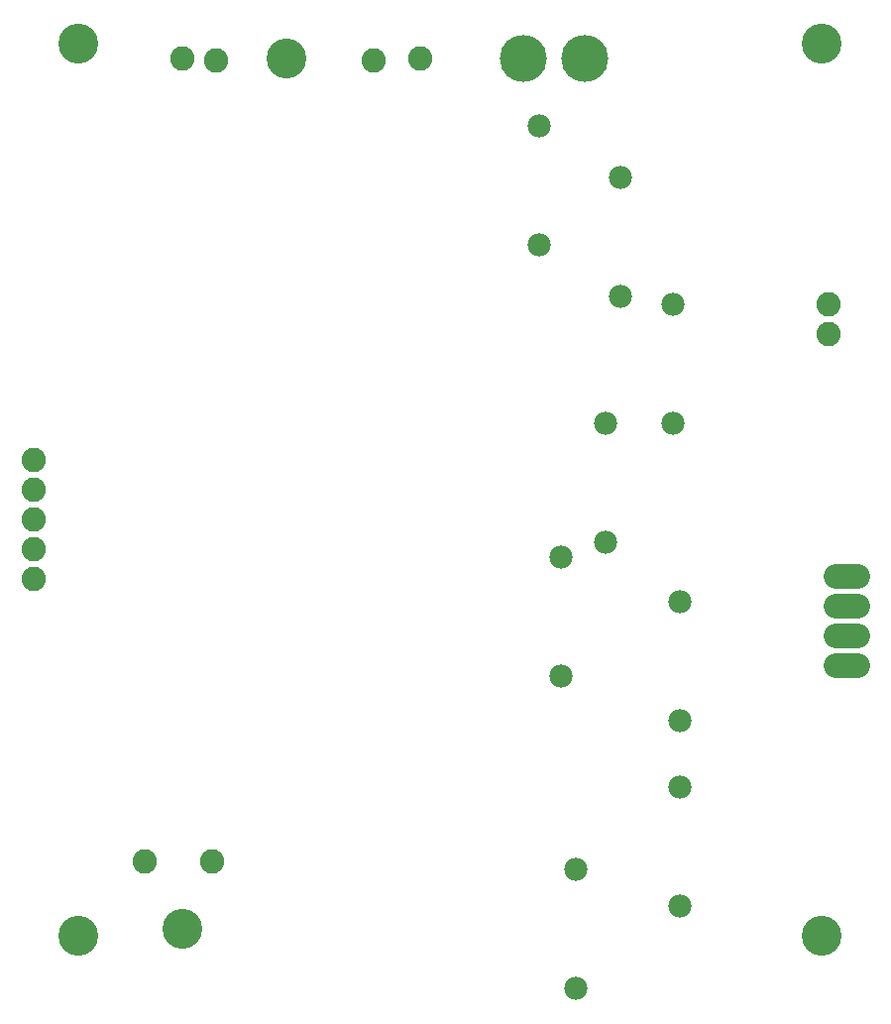
<source format=gbs>
G75*
%MOIN*%
%OFA0B0*%
%FSLAX24Y24*%
%IPPOS*%
%LPD*%
%AMOC8*
5,1,8,0,0,1.08239X$1,22.5*
%
%ADD10C,0.1340*%
%ADD11C,0.0820*%
%ADD12C,0.0820*%
%ADD13C,0.1580*%
%ADD14C,0.0780*%
D10*
X005900Y004900D03*
X009400Y005150D03*
X030900Y004900D03*
X012900Y034400D03*
X005900Y034900D03*
X030900Y034900D03*
D11*
X031380Y017000D02*
X032120Y017000D01*
X032120Y016000D02*
X031380Y016000D01*
X031380Y015000D02*
X032120Y015000D01*
X032120Y014000D02*
X031380Y014000D01*
D12*
X031150Y025150D03*
X031150Y026150D03*
X017400Y034400D03*
X015850Y034350D03*
X010550Y034350D03*
X009400Y034400D03*
X004400Y020900D03*
X004400Y019900D03*
X004400Y018900D03*
X004400Y017900D03*
X004400Y016900D03*
X008150Y007400D03*
X010400Y007400D03*
D13*
X020860Y034400D03*
X022940Y034400D03*
D14*
X021400Y032150D03*
X024150Y030400D03*
X021400Y028150D03*
X024150Y026400D03*
X025900Y026150D03*
X025900Y022150D03*
X023650Y022150D03*
X023650Y018150D03*
X022150Y017650D03*
X022150Y013650D03*
X026150Y012150D03*
X026150Y009900D03*
X026150Y005900D03*
X022650Y007150D03*
X022650Y003150D03*
X026150Y016150D03*
M02*

</source>
